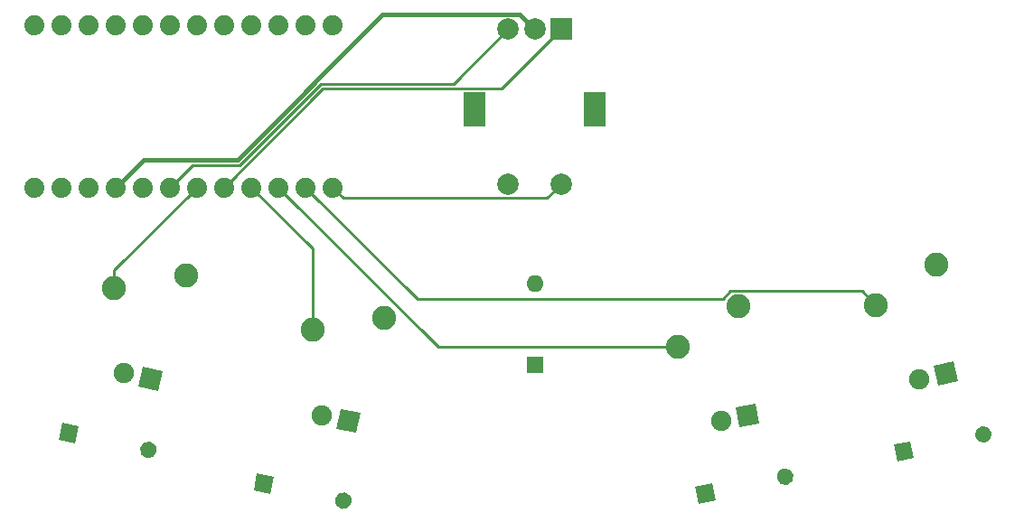
<source format=gbl>
G04 #@! TF.GenerationSoftware,KiCad,Pcbnew,(5.1.9)-1*
G04 #@! TF.CreationDate,2021-01-29T11:52:33-08:00*
G04 #@! TF.ProjectId,foursu-pcb,666f7572-7375-42d7-9063-622e6b696361,rev?*
G04 #@! TF.SameCoordinates,Original*
G04 #@! TF.FileFunction,Copper,L2,Bot*
G04 #@! TF.FilePolarity,Positive*
%FSLAX46Y46*%
G04 Gerber Fmt 4.6, Leading zero omitted, Abs format (unit mm)*
G04 Created by KiCad (PCBNEW (5.1.9)-1) date 2021-01-29 11:52:33*
%MOMM*%
%LPD*%
G01*
G04 APERTURE LIST*
G04 #@! TA.AperFunction,ComponentPad*
%ADD10R,2.000000X2.000000*%
G04 #@! TD*
G04 #@! TA.AperFunction,ComponentPad*
%ADD11C,2.000000*%
G04 #@! TD*
G04 #@! TA.AperFunction,ComponentPad*
%ADD12R,2.000000X3.200000*%
G04 #@! TD*
G04 #@! TA.AperFunction,ComponentPad*
%ADD13C,0.100000*%
G04 #@! TD*
G04 #@! TA.AperFunction,ComponentPad*
%ADD14C,1.905000*%
G04 #@! TD*
G04 #@! TA.AperFunction,ComponentPad*
%ADD15C,2.250000*%
G04 #@! TD*
G04 #@! TA.AperFunction,ComponentPad*
%ADD16O,1.600000X1.600000*%
G04 #@! TD*
G04 #@! TA.AperFunction,ComponentPad*
%ADD17R,1.600000X1.600000*%
G04 #@! TD*
G04 #@! TA.AperFunction,ComponentPad*
%ADD18C,1.879600*%
G04 #@! TD*
G04 #@! TA.AperFunction,Conductor*
%ADD19C,0.381000*%
G04 #@! TD*
G04 #@! TA.AperFunction,Conductor*
%ADD20C,0.254000*%
G04 #@! TD*
G04 APERTURE END LIST*
D10*
G04 #@! TO.P,SW1,A*
G04 #@! TO.N,ENC1*
X94130000Y-130300000D03*
D11*
G04 #@! TO.P,SW1,C*
G04 #@! TO.N,GND*
X91630000Y-130300000D03*
G04 #@! TO.P,SW1,B*
G04 #@! TO.N,ENC0*
X89130000Y-130300000D03*
D12*
G04 #@! TO.P,SW1,MP*
G04 #@! TO.N,N/C*
X97230000Y-137800000D03*
X86030000Y-137800000D03*
D11*
G04 #@! TO.P,SW1,S2*
G04 #@! TO.N,COL4*
X94130000Y-144800000D03*
G04 #@! TO.P,SW1,S1*
G04 #@! TO.N,Net-(D5-Pad2)*
X89130000Y-144800000D03*
G04 #@! TD*
G04 #@! TA.AperFunction,ComponentPad*
D13*
G04 #@! TO.P,MX4,4*
G04 #@! TO.N,N/C*
G36*
X129404789Y-163674663D02*
G01*
X129008718Y-161811292D01*
X130872089Y-161415221D01*
X131268160Y-163278592D01*
X129404789Y-163674663D01*
G37*
G04 #@! TD.AperFunction*
D14*
G04 #@! TO.P,MX4,3*
X127653944Y-163073038D03*
D15*
G04 #@! TO.P,MX4,1*
G04 #@! TO.N,COL3*
X123585162Y-156147649D03*
G04 #@! TO.P,MX4,2*
G04 #@! TO.N,Net-(D4-Pad2)*
X129268304Y-152342914D03*
G04 #@! TD*
G04 #@! TA.AperFunction,ComponentPad*
D13*
G04 #@! TO.P,MX3,4*
G04 #@! TO.N,N/C*
G36*
X110824789Y-167624663D02*
G01*
X110428718Y-165761292D01*
X112292089Y-165365221D01*
X112688160Y-167228592D01*
X110824789Y-167624663D01*
G37*
G04 #@! TD.AperFunction*
D14*
G04 #@! TO.P,MX3,3*
X109073944Y-167023038D03*
D15*
G04 #@! TO.P,MX3,1*
G04 #@! TO.N,COL2*
X105005162Y-160097649D03*
G04 #@! TO.P,MX3,2*
G04 #@! TO.N,Net-(D3-Pad2)*
X110688304Y-156292914D03*
G04 #@! TD*
G04 #@! TA.AperFunction,ComponentPad*
D13*
G04 #@! TO.P,MX2,4*
G04 #@! TO.N,N/C*
G36*
X73076335Y-167726688D02*
G01*
X73472406Y-165863317D01*
X75335777Y-166259388D01*
X74939706Y-168122759D01*
X73076335Y-167726688D01*
G37*
G04 #@! TD.AperFunction*
D14*
G04 #@! TO.P,MX2,3*
X71721561Y-166464942D03*
D15*
G04 #@! TO.P,MX2,1*
G04 #@! TO.N,COL1*
X70821353Y-158483362D03*
G04 #@! TO.P,MX2,2*
G04 #@! TO.N,Net-(D2-Pad2)*
X77560686Y-157319106D03*
G04 #@! TD*
G04 #@! TA.AperFunction,ComponentPad*
D13*
G04 #@! TO.P,MX1,4*
G04 #@! TO.N,N/C*
G36*
X54506335Y-163796688D02*
G01*
X54902406Y-161933317D01*
X56765777Y-162329388D01*
X56369706Y-164192759D01*
X54506335Y-163796688D01*
G37*
G04 #@! TD.AperFunction*
D14*
G04 #@! TO.P,MX1,3*
X53151561Y-162534942D03*
D15*
G04 #@! TO.P,MX1,1*
G04 #@! TO.N,COL0*
X52251353Y-154553362D03*
G04 #@! TO.P,MX1,2*
G04 #@! TO.N,Net-(D1-Pad2)*
X58990686Y-153389106D03*
G04 #@! TD*
D16*
G04 #@! TO.P,D5,2*
G04 #@! TO.N,Net-(D5-Pad2)*
X91643750Y-154173750D03*
D17*
G04 #@! TO.P,D5,1*
G04 #@! TO.N,ROW0*
X91643750Y-161793750D03*
G04 #@! TD*
G04 #@! TO.P,D4,2*
G04 #@! TO.N,Net-(D4-Pad2)*
G04 #@! TA.AperFunction,ComponentPad*
G36*
G01*
X132877217Y-168444542D02*
X132877217Y-168444542D01*
G75*
G02*
X133493406Y-167495695I782518J166329D01*
G01*
X133493406Y-167495695D01*
G75*
G02*
X134442253Y-168111884I166329J-782518D01*
G01*
X134442253Y-168111884D01*
G75*
G02*
X133826064Y-169060731I-782518J-166329D01*
G01*
X133826064Y-169060731D01*
G75*
G02*
X132877217Y-168444542I-166329J782518D01*
G01*
G37*
G04 #@! TD.AperFunction*
G04 #@! TA.AperFunction,ComponentPad*
D13*
G04 #@! TO.P,D4,1*
G04 #@! TO.N,ROW0*
G36*
X125590061Y-170811347D02*
G01*
X125257403Y-169246311D01*
X126822439Y-168913653D01*
X127155097Y-170478689D01*
X125590061Y-170811347D01*
G37*
G04 #@! TD.AperFunction*
G04 #@! TD*
G04 #@! TO.P,D3,2*
G04 #@! TO.N,Net-(D3-Pad2)*
G04 #@! TA.AperFunction,ComponentPad*
G36*
G01*
X114311232Y-172410079D02*
X114311232Y-172410079D01*
G75*
G02*
X114927421Y-171461232I782518J166329D01*
G01*
X114927421Y-171461232D01*
G75*
G02*
X115876268Y-172077421I166329J-782518D01*
G01*
X115876268Y-172077421D01*
G75*
G02*
X115260079Y-173026268I-782518J-166329D01*
G01*
X115260079Y-173026268D01*
G75*
G02*
X114311232Y-172410079I-166329J782518D01*
G01*
G37*
G04 #@! TD.AperFunction*
G04 #@! TA.AperFunction,ComponentPad*
G04 #@! TO.P,D3,1*
G04 #@! TO.N,ROW0*
G36*
X107024076Y-174776884D02*
G01*
X106691418Y-173211848D01*
X108256454Y-172879190D01*
X108589112Y-174444226D01*
X107024076Y-174776884D01*
G37*
G04 #@! TD.AperFunction*
G04 #@! TD*
G04 #@! TO.P,D2,2*
G04 #@! TO.N,Net-(D2-Pad2)*
G04 #@! TA.AperFunction,ComponentPad*
G36*
G01*
X72914717Y-174324208D02*
X72914717Y-174324208D01*
G75*
G02*
X73863564Y-173708019I782518J-166329D01*
G01*
X73863564Y-173708019D01*
G75*
G02*
X74479753Y-174656866I-166329J-782518D01*
G01*
X74479753Y-174656866D01*
G75*
G02*
X73530906Y-175273055I-782518J166329D01*
G01*
X73530906Y-175273055D01*
G75*
G02*
X72914717Y-174324208I166329J782518D01*
G01*
G37*
G04 #@! TD.AperFunction*
G04 #@! TA.AperFunction,ComponentPad*
G04 #@! TO.P,D2,1*
G04 #@! TO.N,ROW0*
G36*
X65294903Y-173522439D02*
G01*
X65627561Y-171957403D01*
X67192597Y-172290061D01*
X66859939Y-173855097D01*
X65294903Y-173522439D01*
G37*
G04 #@! TD.AperFunction*
G04 #@! TD*
G04 #@! TO.P,D1,2*
G04 #@! TO.N,Net-(D1-Pad2)*
G04 #@! TA.AperFunction,ComponentPad*
G36*
G01*
X54658467Y-169561708D02*
X54658467Y-169561708D01*
G75*
G02*
X55607314Y-168945519I782518J-166329D01*
G01*
X55607314Y-168945519D01*
G75*
G02*
X56223503Y-169894366I-166329J-782518D01*
G01*
X56223503Y-169894366D01*
G75*
G02*
X55274656Y-170510555I-782518J166329D01*
G01*
X55274656Y-170510555D01*
G75*
G02*
X54658467Y-169561708I166329J782518D01*
G01*
G37*
G04 #@! TD.AperFunction*
G04 #@! TA.AperFunction,ComponentPad*
G04 #@! TO.P,D1,1*
G04 #@! TO.N,ROW0*
G36*
X47038653Y-168759939D02*
G01*
X47371311Y-167194903D01*
X48936347Y-167527561D01*
X48603689Y-169092597D01*
X47038653Y-168759939D01*
G37*
G04 #@! TD.AperFunction*
G04 #@! TD*
D18*
G04 #@! TO.P,B1,24*
G04 #@! TO.N,Net-(B1-Pad24)*
X44770000Y-129880000D03*
G04 #@! TO.P,B1,23*
G04 #@! TO.N,Net-(B1-Pad23)*
X47310000Y-129880000D03*
G04 #@! TO.P,B1,22*
G04 #@! TO.N,Net-(B1-Pad22)*
X49850000Y-129880000D03*
G04 #@! TO.P,B1,21*
G04 #@! TO.N,Net-(B1-Pad21)*
X52390000Y-129880000D03*
G04 #@! TO.P,B1,20*
G04 #@! TO.N,Net-(B1-Pad20)*
X54930000Y-129880000D03*
G04 #@! TO.P,B1,19*
G04 #@! TO.N,Net-(B1-Pad19)*
X57470000Y-129880000D03*
G04 #@! TO.P,B1,18*
G04 #@! TO.N,Net-(B1-Pad18)*
X60010000Y-129880000D03*
G04 #@! TO.P,B1,17*
G04 #@! TO.N,Net-(B1-Pad17)*
X62550000Y-129880000D03*
G04 #@! TO.P,B1,16*
G04 #@! TO.N,Net-(B1-Pad16)*
X65090000Y-129880000D03*
G04 #@! TO.P,B1,15*
G04 #@! TO.N,Net-(B1-Pad15)*
X67630000Y-129880000D03*
G04 #@! TO.P,B1,14*
G04 #@! TO.N,Net-(B1-Pad14)*
X70170000Y-129880000D03*
G04 #@! TO.P,B1,13*
G04 #@! TO.N,Net-(B1-Pad13)*
X72710000Y-129880000D03*
G04 #@! TO.P,B1,12*
G04 #@! TO.N,COL4*
X72710000Y-145120000D03*
G04 #@! TO.P,B1,11*
G04 #@! TO.N,COL3*
X70170000Y-145120000D03*
G04 #@! TO.P,B1,10*
G04 #@! TO.N,COL2*
X67630000Y-145120000D03*
G04 #@! TO.P,B1,9*
G04 #@! TO.N,COL1*
X65090000Y-145120000D03*
G04 #@! TO.P,B1,8*
G04 #@! TO.N,ENC1*
X62550000Y-145120000D03*
G04 #@! TO.P,B1,7*
G04 #@! TO.N,COL0*
X60010000Y-145120000D03*
G04 #@! TO.P,B1,6*
G04 #@! TO.N,ENC0*
X57470000Y-145120000D03*
G04 #@! TO.P,B1,5*
G04 #@! TO.N,ROW0*
X54930000Y-145120000D03*
G04 #@! TO.P,B1,4*
G04 #@! TO.N,GND*
X52390000Y-145120000D03*
G04 #@! TO.P,B1,3*
G04 #@! TO.N,Net-(B1-Pad3)*
X49850000Y-145120000D03*
G04 #@! TO.P,B1,2*
G04 #@! TO.N,Net-(B1-Pad2)*
X47310000Y-145120000D03*
G04 #@! TO.P,B1,1*
G04 #@! TO.N,Net-(B1-Pad1)*
X44770000Y-145120000D03*
G04 #@! TD*
D19*
G04 #@! TO.N,GND*
X90239499Y-128909499D02*
X77386565Y-128909499D01*
X91630000Y-130300000D02*
X90239499Y-128909499D01*
X54993543Y-142516457D02*
X52390000Y-145120000D01*
X63779607Y-142516457D02*
X54993543Y-142516457D01*
X77386565Y-128909499D02*
X63779607Y-142516457D01*
D20*
G04 #@! TO.N,COL0*
X52251353Y-152878647D02*
X60010000Y-145120000D01*
X52251353Y-154553362D02*
X52251353Y-152878647D01*
G04 #@! TO.N,COL1*
X70821353Y-150851353D02*
X65090000Y-145120000D01*
X70821353Y-158483362D02*
X70821353Y-150851353D01*
G04 #@! TO.N,COL4*
X73717001Y-146127001D02*
X72710000Y-145120000D01*
X92802999Y-146127001D02*
X73717001Y-146127001D01*
X94130000Y-144800000D02*
X92802999Y-146127001D01*
G04 #@! TO.N,COL3*
X80645953Y-155595953D02*
X70170000Y-145120000D01*
X109236303Y-155595953D02*
X80645953Y-155595953D01*
X109991343Y-154840913D02*
X109236303Y-155595953D01*
X122278426Y-154840913D02*
X109991343Y-154840913D01*
X123585162Y-156147649D02*
X122278426Y-154840913D01*
G04 #@! TO.N,COL2*
X82607649Y-160097649D02*
X67630000Y-145120000D01*
X105005162Y-160097649D02*
X82607649Y-160097649D01*
G04 #@! TO.N,ENC1*
X71797001Y-135872999D02*
X62550000Y-145120000D01*
X88557001Y-135872999D02*
X71797001Y-135872999D01*
X94130000Y-130300000D02*
X88557001Y-135872999D01*
G04 #@! TO.N,ENC0*
X89130000Y-130300000D02*
X84011011Y-135418989D01*
X71608944Y-135418989D02*
X71342991Y-135684943D01*
X84011011Y-135418989D02*
X71608944Y-135418989D01*
X71342991Y-135684943D02*
X63993967Y-143033967D01*
X59556033Y-143033967D02*
X57470000Y-145120000D01*
X63993967Y-143033967D02*
X59556033Y-143033967D01*
G04 #@! TD*
M02*

</source>
